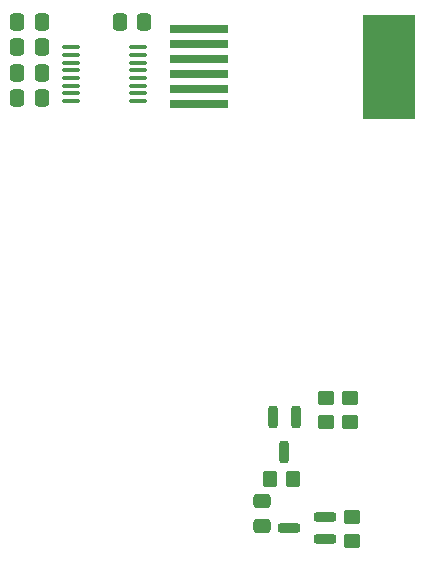
<source format=gbr>
%TF.GenerationSoftware,KiCad,Pcbnew,8.0.4*%
%TF.CreationDate,2025-03-15T02:55:24-04:00*%
%TF.ProjectId,erie_rov_mainboard,65726965-5f72-46f7-965f-6d61696e626f,rev?*%
%TF.SameCoordinates,Original*%
%TF.FileFunction,Paste,Top*%
%TF.FilePolarity,Positive*%
%FSLAX46Y46*%
G04 Gerber Fmt 4.6, Leading zero omitted, Abs format (unit mm)*
G04 Created by KiCad (PCBNEW 8.0.4) date 2025-03-15 02:55:24*
%MOMM*%
%LPD*%
G01*
G04 APERTURE LIST*
G04 Aperture macros list*
%AMRoundRect*
0 Rectangle with rounded corners*
0 $1 Rounding radius*
0 $2 $3 $4 $5 $6 $7 $8 $9 X,Y pos of 4 corners*
0 Add a 4 corners polygon primitive as box body*
4,1,4,$2,$3,$4,$5,$6,$7,$8,$9,$2,$3,0*
0 Add four circle primitives for the rounded corners*
1,1,$1+$1,$2,$3*
1,1,$1+$1,$4,$5*
1,1,$1+$1,$6,$7*
1,1,$1+$1,$8,$9*
0 Add four rect primitives between the rounded corners*
20,1,$1+$1,$2,$3,$4,$5,0*
20,1,$1+$1,$4,$5,$6,$7,0*
20,1,$1+$1,$6,$7,$8,$9,0*
20,1,$1+$1,$8,$9,$2,$3,0*%
G04 Aperture macros list end*
%ADD10RoundRect,0.100000X-0.637500X-0.100000X0.637500X-0.100000X0.637500X0.100000X-0.637500X0.100000X0*%
%ADD11RoundRect,0.200000X0.750000X0.200000X-0.750000X0.200000X-0.750000X-0.200000X0.750000X-0.200000X0*%
%ADD12RoundRect,0.200000X-0.200000X0.750000X-0.200000X-0.750000X0.200000X-0.750000X0.200000X0.750000X0*%
%ADD13RoundRect,0.250000X-0.450000X0.350000X-0.450000X-0.350000X0.450000X-0.350000X0.450000X0.350000X0*%
%ADD14RoundRect,0.250000X0.450000X-0.350000X0.450000X0.350000X-0.450000X0.350000X-0.450000X-0.350000X0*%
%ADD15RoundRect,0.250000X-0.350000X-0.450000X0.350000X-0.450000X0.350000X0.450000X-0.350000X0.450000X0*%
%ADD16RoundRect,0.250000X0.337500X0.475000X-0.337500X0.475000X-0.337500X-0.475000X0.337500X-0.475000X0*%
%ADD17RoundRect,0.250000X-0.337500X-0.475000X0.337500X-0.475000X0.337500X0.475000X-0.337500X0.475000X0*%
%ADD18RoundRect,0.250000X-0.475000X0.337500X-0.475000X-0.337500X0.475000X-0.337500X0.475000X0.337500X0*%
%ADD19R,5.003800X0.762000*%
%ADD20R,4.495800X8.788400*%
G04 APERTURE END LIST*
D10*
%TO.C,U2*%
X68257500Y-152665000D03*
X68257500Y-153315000D03*
X68257500Y-153965000D03*
X68257500Y-154615000D03*
X68257500Y-155265000D03*
X68257500Y-155915000D03*
X68257500Y-156565000D03*
X68257500Y-157215000D03*
X73982500Y-157215000D03*
X73982500Y-156565000D03*
X73982500Y-155915000D03*
X73982500Y-155265000D03*
X73982500Y-154615000D03*
X73982500Y-153965000D03*
X73982500Y-153315000D03*
X73982500Y-152665000D03*
%TD*%
D11*
%TO.C,Q3*%
X89765000Y-194305000D03*
X89765000Y-192405000D03*
X86765000Y-193355000D03*
%TD*%
D12*
%TO.C,Q2*%
X87310000Y-183920000D03*
X85410000Y-183920000D03*
X86360000Y-186920000D03*
%TD*%
D13*
%TO.C,R5*%
X92075000Y-192421000D03*
X92075000Y-194421000D03*
%TD*%
D14*
%TO.C,R4*%
X91948000Y-184388000D03*
X91948000Y-182388000D03*
%TD*%
%TO.C,R3*%
X89916000Y-184388000D03*
X89916000Y-182388000D03*
%TD*%
D15*
%TO.C,R6*%
X85106000Y-189230000D03*
X87106000Y-189230000D03*
%TD*%
D16*
%TO.C,C3*%
X63732500Y-150495000D03*
X65807500Y-150495000D03*
%TD*%
%TO.C,C1*%
X65807500Y-152654000D03*
X63732500Y-152654000D03*
%TD*%
D17*
%TO.C,C5*%
X72432000Y-150495000D03*
X74507000Y-150495000D03*
%TD*%
D16*
%TO.C,C2*%
X65807500Y-154813000D03*
X63732500Y-154813000D03*
%TD*%
D17*
%TO.C,C4*%
X63732500Y-156972000D03*
X65807500Y-156972000D03*
%TD*%
D18*
%TO.C,C6*%
X84455000Y-191113500D03*
X84455000Y-193188500D03*
%TD*%
D19*
%TO.C,J6*%
X79134098Y-157480000D03*
X79134098Y-156210000D03*
X79134098Y-154940000D03*
X79134098Y-153670000D03*
X79134098Y-152400000D03*
X79134098Y-151130000D03*
D20*
X95184099Y-154305000D03*
%TD*%
M02*

</source>
